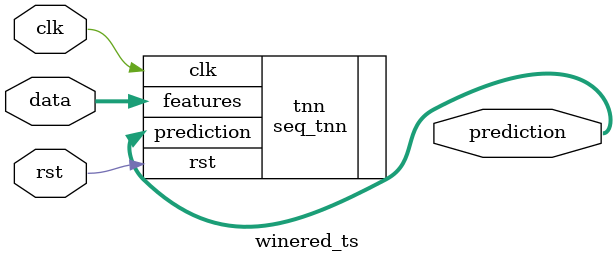
<source format=v>












module winered_ts #(

parameter FEAT_CNT = 11,
parameter HIDDEN_CNT = 40,
parameter FEAT_BITS = 4,
parameter CLASS_CNT = 6,
parameter TEST_CNT = 1000




  ) (
  input clk,
  input rst,
  input [FEAT_CNT*FEAT_BITS-1:0] data,
  output [$clog2(CLASS_CNT)-1:0] prediction
  );

  seq_tnn #(
      .FEAT_CNT(FEAT_CNT),.FEAT_BITS(FEAT_BITS),.HIDDEN_CNT(HIDDEN_CNT),.CLASS_CNT(CLASS_CNT),
  .SPARSE_VALS(440'b00000000010001000100001100110110101110100000110011001011000000000000110000000010100011011100011001100001101010101000000000000000110000100000010001100001100010100001100010000000000000101001010000001010100001000000011000110101111000001001000101010100100001110110001000000100011000110000000100000010101110001000100100000011010100000000010000100001001000101000000010000100001000000100101000000000010100000000000101011100101100100101001011000000),
  .MASK(440'b11000101110001000101111100110110111110101010111011111111100000110110110110001110100011011111111011101001101111101111000111000010110000101000010111100001110110101011100110000010011001111011010001001110111111010101111011110101111000101001100111010111101101110111001101011110011100111000110100111010101110001010101110011011010111000000010110110101111000101011001110101110101011010101111010101111011100010101100111011100111101101111001111100001),
  .NONZERO_CNT(640'h09060405080804070806050606080704070707070407060808060a05050608050807060806020707),
  .SPARSE_VALS2(71'b11111010010011110001001011010000111010010110011001101111011010010001010),  // Bits of not-zeroes
  .COL_INDICES(568'h2523211e190e0d0c08060400252421201f1d1916140f0e0c0b070302010027222120170c06012321190e0d0c0908040100231d1c0d0b0a0905271e1d1c1a171612110c04030200), // Column of non-zeros
  .ROW_PTRS(56'h473b2921160e00) // Column of non-zeros // Start indices per row
      ) tnn (
    .clk(clk),
    .rst(rst),
    .features(data),
    .prediction(prediction)
  );

endmodule

</source>
